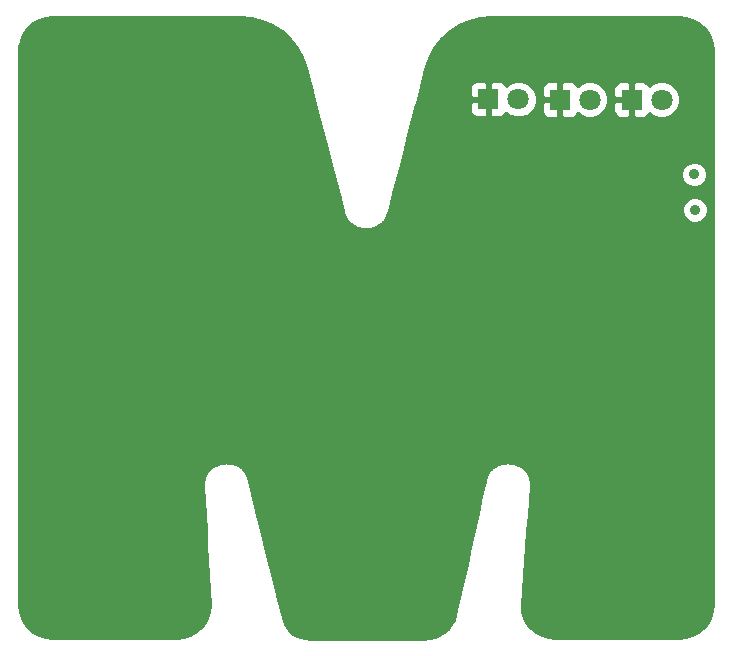
<source format=gtl>
G04 #@! TF.GenerationSoftware,KiCad,Pcbnew,5.0.2-bee76a0~70~ubuntu16.04.1*
G04 #@! TF.CreationDate,2019-01-04T08:40:48-07:00*
G04 #@! TF.ProjectId,MakerCozumel,4d616b65-7243-46f7-9a75-6d656c2e6b69,rev?*
G04 #@! TF.SameCoordinates,Original*
G04 #@! TF.FileFunction,Copper,L1,Top*
G04 #@! TF.FilePolarity,Positive*
%FSLAX46Y46*%
G04 Gerber Fmt 4.6, Leading zero omitted, Abs format (unit mm)*
G04 Created by KiCad (PCBNEW 5.0.2-bee76a0~70~ubuntu16.04.1) date Fri 04 Jan 2019 08:40:48 MST*
%MOMM*%
%LPD*%
G01*
G04 APERTURE LIST*
G04 #@! TA.AperFunction,WasherPad*
%ADD10C,0.900000*%
G04 #@! TD*
G04 #@! TA.AperFunction,ComponentPad*
%ADD11R,1.800000X1.800000*%
G04 #@! TD*
G04 #@! TA.AperFunction,ComponentPad*
%ADD12C,1.800000*%
G04 #@! TD*
G04 #@! TA.AperFunction,Conductor*
%ADD13C,0.254000*%
G04 #@! TD*
G04 APERTURE END LIST*
D10*
G04 #@! TO.P,SW1,*
G04 #@! TO.N,*
X166290000Y-95420000D03*
X166240000Y-92420000D03*
G04 #@! TD*
D11*
G04 #@! TO.P,D1,1*
G04 #@! TO.N,GND*
X148818600Y-86055200D03*
D12*
G04 #@! TO.P,D1,2*
G04 #@! TO.N,Net-(D1-Pad2)*
X151358600Y-86055200D03*
G04 #@! TD*
G04 #@! TO.P,D2,2*
G04 #@! TO.N,Net-(D1-Pad2)*
X157403800Y-86080600D03*
D11*
G04 #@! TO.P,D2,1*
G04 #@! TO.N,GND*
X154863800Y-86080600D03*
G04 #@! TD*
G04 #@! TO.P,D3,1*
G04 #@! TO.N,GND*
X160934400Y-86080600D03*
D12*
G04 #@! TO.P,D3,2*
G04 #@! TO.N,Net-(D1-Pad2)*
X163474400Y-86080600D03*
G04 #@! TD*
D13*
G04 #@! TO.N,GND*
G36*
X128754040Y-79166365D02*
X129669945Y-79404857D01*
X130526009Y-79787189D01*
X131307974Y-80301085D01*
X132000707Y-80933721D01*
X132588956Y-81671749D01*
X133057823Y-82501668D01*
X133401015Y-83432423D01*
X133798155Y-84987185D01*
X133798156Y-84987187D01*
X134161915Y-86411263D01*
X134574644Y-88027055D01*
X134574645Y-88027057D01*
X134962889Y-89546990D01*
X134962890Y-89546992D01*
X135313731Y-90920506D01*
X135739375Y-92586860D01*
X135739376Y-92586862D01*
X136127620Y-94106795D01*
X136127621Y-94106797D01*
X136486152Y-95510406D01*
X136490308Y-95541187D01*
X136504808Y-95583443D01*
X136515865Y-95626729D01*
X136529276Y-95654746D01*
X136606080Y-95878567D01*
X136629802Y-95948645D01*
X136630607Y-95950043D01*
X136631128Y-95951560D01*
X136668176Y-96015242D01*
X136715562Y-96097478D01*
X136716198Y-96101944D01*
X136791651Y-96229525D01*
X136827222Y-96291258D01*
X136830112Y-96294559D01*
X136832345Y-96298335D01*
X136879874Y-96351399D01*
X136929564Y-96408156D01*
X136930130Y-96409719D01*
X136949283Y-96430681D01*
X136977516Y-96462929D01*
X136979765Y-96464041D01*
X137030473Y-96519535D01*
X137078374Y-96573015D01*
X137081447Y-96575322D01*
X137084038Y-96578158D01*
X137141867Y-96620686D01*
X137260835Y-96710008D01*
X137264662Y-96710991D01*
X137303946Y-96739881D01*
X137362025Y-96783304D01*
X137364787Y-96784623D01*
X137367249Y-96786434D01*
X137432861Y-96817142D01*
X137588808Y-96891639D01*
X137643881Y-96920362D01*
X137656908Y-96924170D01*
X137669146Y-96930016D01*
X137729295Y-96945330D01*
X137865922Y-96985268D01*
X137913832Y-97002671D01*
X137938271Y-97006417D01*
X137962014Y-97013357D01*
X138012811Y-97017841D01*
X138122690Y-97034681D01*
X138162379Y-97044495D01*
X138197193Y-97046100D01*
X138231646Y-97051380D01*
X138272492Y-97049570D01*
X138354706Y-97053360D01*
X138389845Y-97058681D01*
X138430001Y-97056830D01*
X138470157Y-97058681D01*
X138505296Y-97053360D01*
X138587509Y-97049570D01*
X138628354Y-97051380D01*
X138662807Y-97046100D01*
X138697622Y-97044495D01*
X138737312Y-97034681D01*
X138847190Y-97017841D01*
X138897986Y-97013357D01*
X138921728Y-97006417D01*
X138946169Y-97002671D01*
X138994083Y-96985266D01*
X139130705Y-96945330D01*
X139190860Y-96930014D01*
X139203096Y-96924169D01*
X139216119Y-96920362D01*
X139271186Y-96891641D01*
X139427132Y-96817145D01*
X139492749Y-96786434D01*
X139495213Y-96784622D01*
X139497978Y-96783301D01*
X139556067Y-96739870D01*
X139595333Y-96710992D01*
X139599160Y-96710010D01*
X139718147Y-96620674D01*
X139775960Y-96578158D01*
X139778550Y-96575323D01*
X139781622Y-96573017D01*
X139829526Y-96519535D01*
X139880233Y-96464040D01*
X139882485Y-96462927D01*
X139910741Y-96430652D01*
X139929868Y-96409719D01*
X139930434Y-96408158D01*
X139980125Y-96351399D01*
X140027653Y-96298336D01*
X140029887Y-96294558D01*
X140032779Y-96291255D01*
X140068353Y-96229518D01*
X140143800Y-96101946D01*
X140144436Y-96097478D01*
X140191709Y-96015437D01*
X140228869Y-95951563D01*
X140229392Y-95950039D01*
X140230197Y-95948642D01*
X140253909Y-95878592D01*
X140330558Y-95655226D01*
X140343789Y-95627678D01*
X140355028Y-95583916D01*
X140369690Y-95541190D01*
X140373779Y-95510910D01*
X140452556Y-95204180D01*
X165205000Y-95204180D01*
X165205000Y-95635820D01*
X165370182Y-96034603D01*
X165675397Y-96339818D01*
X166074180Y-96505000D01*
X166505820Y-96505000D01*
X166904603Y-96339818D01*
X167209818Y-96034603D01*
X167375000Y-95635820D01*
X167375000Y-95204180D01*
X167209818Y-94805397D01*
X166904603Y-94500182D01*
X166505820Y-94335000D01*
X166074180Y-94335000D01*
X165675397Y-94500182D01*
X165370182Y-94805397D01*
X165205000Y-95204180D01*
X140452556Y-95204180D01*
X140769625Y-93969635D01*
X140769625Y-93969631D01*
X141157870Y-92457961D01*
X141223048Y-92204180D01*
X165155000Y-92204180D01*
X165155000Y-92635820D01*
X165320182Y-93034603D01*
X165625397Y-93339818D01*
X166024180Y-93505000D01*
X166455820Y-93505000D01*
X166854603Y-93339818D01*
X167159818Y-93034603D01*
X167325000Y-92635820D01*
X167325000Y-92204180D01*
X167159818Y-91805397D01*
X166854603Y-91500182D01*
X166455820Y-91335000D01*
X166024180Y-91335000D01*
X165625397Y-91500182D01*
X165320182Y-91805397D01*
X165155000Y-92204180D01*
X141223048Y-92204180D01*
X141546114Y-90946286D01*
X141546114Y-90946284D01*
X141934356Y-89434611D01*
X141934356Y-89434608D01*
X142295861Y-88027055D01*
X142710845Y-86411263D01*
X142710845Y-86411259D01*
X142728902Y-86340950D01*
X147283600Y-86340950D01*
X147283600Y-87081510D01*
X147380273Y-87314899D01*
X147558902Y-87493527D01*
X147792291Y-87590200D01*
X148532850Y-87590200D01*
X148691600Y-87431450D01*
X148691600Y-86182200D01*
X147442350Y-86182200D01*
X147283600Y-86340950D01*
X142728902Y-86340950D01*
X143065881Y-85028890D01*
X147283600Y-85028890D01*
X147283600Y-85769450D01*
X147442350Y-85928200D01*
X148691600Y-85928200D01*
X148691600Y-84678950D01*
X148945600Y-84678950D01*
X148945600Y-85928200D01*
X148965600Y-85928200D01*
X148965600Y-86182200D01*
X148945600Y-86182200D01*
X148945600Y-87431450D01*
X149104350Y-87590200D01*
X149844909Y-87590200D01*
X150078298Y-87493527D01*
X150256927Y-87314899D01*
X150312739Y-87180156D01*
X150489093Y-87356510D01*
X151053270Y-87590200D01*
X151663930Y-87590200D01*
X152228107Y-87356510D01*
X152659910Y-86924707D01*
X152891189Y-86366350D01*
X153328800Y-86366350D01*
X153328800Y-87106910D01*
X153425473Y-87340299D01*
X153604102Y-87518927D01*
X153837491Y-87615600D01*
X154578050Y-87615600D01*
X154736800Y-87456850D01*
X154736800Y-86207600D01*
X153487550Y-86207600D01*
X153328800Y-86366350D01*
X152891189Y-86366350D01*
X152893600Y-86360530D01*
X152893600Y-85749870D01*
X152659910Y-85185693D01*
X152528507Y-85054290D01*
X153328800Y-85054290D01*
X153328800Y-85794850D01*
X153487550Y-85953600D01*
X154736800Y-85953600D01*
X154736800Y-84704350D01*
X154990800Y-84704350D01*
X154990800Y-85953600D01*
X155010800Y-85953600D01*
X155010800Y-86207600D01*
X154990800Y-86207600D01*
X154990800Y-87456850D01*
X155149550Y-87615600D01*
X155890109Y-87615600D01*
X156123498Y-87518927D01*
X156302127Y-87340299D01*
X156357939Y-87205556D01*
X156534293Y-87381910D01*
X157098470Y-87615600D01*
X157709130Y-87615600D01*
X158273307Y-87381910D01*
X158705110Y-86950107D01*
X158938800Y-86385930D01*
X158938800Y-86366350D01*
X159399400Y-86366350D01*
X159399400Y-87106910D01*
X159496073Y-87340299D01*
X159674702Y-87518927D01*
X159908091Y-87615600D01*
X160648650Y-87615600D01*
X160807400Y-87456850D01*
X160807400Y-86207600D01*
X159558150Y-86207600D01*
X159399400Y-86366350D01*
X158938800Y-86366350D01*
X158938800Y-85775270D01*
X158705110Y-85211093D01*
X158548307Y-85054290D01*
X159399400Y-85054290D01*
X159399400Y-85794850D01*
X159558150Y-85953600D01*
X160807400Y-85953600D01*
X160807400Y-84704350D01*
X161061400Y-84704350D01*
X161061400Y-85953600D01*
X161081400Y-85953600D01*
X161081400Y-86207600D01*
X161061400Y-86207600D01*
X161061400Y-87456850D01*
X161220150Y-87615600D01*
X161960709Y-87615600D01*
X162194098Y-87518927D01*
X162372727Y-87340299D01*
X162428539Y-87205556D01*
X162604893Y-87381910D01*
X163169070Y-87615600D01*
X163779730Y-87615600D01*
X164343907Y-87381910D01*
X164775710Y-86950107D01*
X165009400Y-86385930D01*
X165009400Y-85775270D01*
X164775710Y-85211093D01*
X164343907Y-84779290D01*
X163779730Y-84545600D01*
X163169070Y-84545600D01*
X162604893Y-84779290D01*
X162428539Y-84955644D01*
X162372727Y-84820901D01*
X162194098Y-84642273D01*
X161960709Y-84545600D01*
X161220150Y-84545600D01*
X161061400Y-84704350D01*
X160807400Y-84704350D01*
X160648650Y-84545600D01*
X159908091Y-84545600D01*
X159674702Y-84642273D01*
X159496073Y-84820901D01*
X159399400Y-85054290D01*
X158548307Y-85054290D01*
X158273307Y-84779290D01*
X157709130Y-84545600D01*
X157098470Y-84545600D01*
X156534293Y-84779290D01*
X156357939Y-84955644D01*
X156302127Y-84820901D01*
X156123498Y-84642273D01*
X155890109Y-84545600D01*
X155149550Y-84545600D01*
X154990800Y-84704350D01*
X154736800Y-84704350D01*
X154578050Y-84545600D01*
X153837491Y-84545600D01*
X153604102Y-84642273D01*
X153425473Y-84820901D01*
X153328800Y-85054290D01*
X152528507Y-85054290D01*
X152228107Y-84753890D01*
X151663930Y-84520200D01*
X151053270Y-84520200D01*
X150489093Y-84753890D01*
X150312739Y-84930244D01*
X150256927Y-84795501D01*
X150078298Y-84616873D01*
X149844909Y-84520200D01*
X149104350Y-84520200D01*
X148945600Y-84678950D01*
X148691600Y-84678950D01*
X148532850Y-84520200D01*
X147792291Y-84520200D01*
X147558902Y-84616873D01*
X147380273Y-84795501D01*
X147283600Y-85028890D01*
X143065881Y-85028890D01*
X143099090Y-84899589D01*
X143099090Y-84899585D01*
X143460999Y-83490456D01*
X143789380Y-82532915D01*
X144248095Y-81692623D01*
X144833096Y-80947021D01*
X145528124Y-80308770D01*
X146316225Y-79790895D01*
X147180133Y-79406101D01*
X148102937Y-79166527D01*
X149102251Y-79081133D01*
X164957680Y-79081133D01*
X165565899Y-79141759D01*
X166091691Y-79303681D01*
X166565905Y-79559866D01*
X166978530Y-79899782D01*
X167318440Y-80312401D01*
X167574627Y-80786619D01*
X167736549Y-81312407D01*
X167797175Y-81920627D01*
X167797176Y-83275232D01*
X167797175Y-83275237D01*
X167797176Y-84743538D01*
X167797175Y-84743543D01*
X167797176Y-86211845D01*
X167797175Y-86211850D01*
X167797176Y-87680152D01*
X167797175Y-87680157D01*
X167797176Y-89148458D01*
X167797175Y-89148463D01*
X167797176Y-90616765D01*
X167797175Y-90616770D01*
X167797176Y-92085072D01*
X167797175Y-92085077D01*
X167797176Y-93553378D01*
X167797175Y-93553383D01*
X167797176Y-95021685D01*
X167797175Y-95021690D01*
X167797176Y-96489992D01*
X167797175Y-96489997D01*
X167797176Y-97958298D01*
X167797175Y-97958303D01*
X167797176Y-99426605D01*
X167797175Y-99426610D01*
X167797176Y-100894912D01*
X167797175Y-100894917D01*
X167797176Y-102363218D01*
X167797175Y-102363223D01*
X167797176Y-103831525D01*
X167797175Y-103831530D01*
X167797176Y-105299831D01*
X167797175Y-105299836D01*
X167797176Y-106768137D01*
X167797175Y-106768142D01*
X167797176Y-108236446D01*
X167797175Y-108236451D01*
X167797176Y-109704752D01*
X167797175Y-109704757D01*
X167797176Y-111173059D01*
X167797175Y-111173064D01*
X167797176Y-112641365D01*
X167797175Y-112641370D01*
X167797176Y-114109671D01*
X167797175Y-114109676D01*
X167797176Y-115577977D01*
X167797175Y-115577982D01*
X167797176Y-117046286D01*
X167797175Y-117046291D01*
X167797176Y-118514593D01*
X167797175Y-118514598D01*
X167797176Y-119982899D01*
X167797175Y-119982904D01*
X167797176Y-121451205D01*
X167797175Y-121451210D01*
X167797176Y-122919511D01*
X167797175Y-122919516D01*
X167797176Y-124387817D01*
X167797175Y-124387822D01*
X167797176Y-125856126D01*
X167797175Y-125856131D01*
X167797176Y-127324433D01*
X167797175Y-127324438D01*
X167797176Y-128858738D01*
X167793291Y-129014638D01*
X167782483Y-129158453D01*
X167764717Y-129299763D01*
X167745145Y-129410473D01*
X167574626Y-129964171D01*
X167318439Y-130438390D01*
X166978530Y-130851009D01*
X166565908Y-131190921D01*
X166091685Y-131447110D01*
X165565900Y-131609032D01*
X164957680Y-131669658D01*
X154460497Y-131669658D01*
X153852276Y-131609032D01*
X153326491Y-131447110D01*
X152852273Y-131190924D01*
X152439652Y-130851013D01*
X152099738Y-130438390D01*
X151843549Y-129964168D01*
X151681627Y-129438384D01*
X151623993Y-128860184D01*
X151716765Y-127677378D01*
X151822813Y-126325244D01*
X151921938Y-125061385D01*
X151921938Y-125061383D01*
X152010122Y-123937066D01*
X152120191Y-122533665D01*
X152120191Y-122533662D01*
X152219318Y-121269807D01*
X152318443Y-120005947D01*
X152318443Y-120005945D01*
X152411354Y-118821359D01*
X152417689Y-118750085D01*
X152417257Y-118746092D01*
X152417571Y-118742091D01*
X152409147Y-118671079D01*
X152382975Y-118429020D01*
X152388340Y-118405484D01*
X152366655Y-118278081D01*
X152361044Y-118226181D01*
X152354002Y-118203739D01*
X152350056Y-118180554D01*
X152331426Y-118131790D01*
X152292734Y-118008481D01*
X152277244Y-117989969D01*
X152255454Y-117932935D01*
X152253210Y-117897213D01*
X152201373Y-117791377D01*
X152186802Y-117753238D01*
X152168209Y-117723666D01*
X152152849Y-117692306D01*
X152128090Y-117659858D01*
X152065355Y-117560080D01*
X152036157Y-117539375D01*
X152020674Y-117519084D01*
X152010632Y-117490333D01*
X151928671Y-117398510D01*
X151900743Y-117361909D01*
X151878473Y-117342272D01*
X151858695Y-117320114D01*
X151821915Y-117292401D01*
X151729607Y-117211006D01*
X151711659Y-117204859D01*
X151710690Y-117203321D01*
X151595472Y-117121779D01*
X151544267Y-117083196D01*
X151533872Y-117078182D01*
X151524448Y-117071513D01*
X151465875Y-117045388D01*
X151338755Y-116984079D01*
X151326911Y-116983407D01*
X151254701Y-116951200D01*
X151194890Y-116922762D01*
X151185786Y-116920462D01*
X151177208Y-116916636D01*
X151112614Y-116901975D01*
X150940966Y-116858609D01*
X150894906Y-116843447D01*
X150867877Y-116840143D01*
X150841474Y-116833472D01*
X150793040Y-116830994D01*
X150674470Y-116816499D01*
X150641447Y-116808763D01*
X150599652Y-116807352D01*
X150558139Y-116802277D01*
X150524314Y-116804809D01*
X150443947Y-116802095D01*
X150395493Y-116797052D01*
X150368591Y-116799551D01*
X150341596Y-116798640D01*
X150293534Y-116806525D01*
X150152867Y-116819593D01*
X150145002Y-116817336D01*
X150001202Y-116833684D01*
X149933832Y-116839943D01*
X149926208Y-116842210D01*
X149918297Y-116843109D01*
X149853796Y-116863738D01*
X149720742Y-116903297D01*
X149711089Y-116902933D01*
X149584357Y-116949914D01*
X149528997Y-116967620D01*
X149513629Y-116976134D01*
X149497152Y-116982242D01*
X149447633Y-117012695D01*
X149345425Y-117069317D01*
X149344274Y-117069551D01*
X149340917Y-117071814D01*
X149329412Y-117078188D01*
X149327037Y-117081173D01*
X149231061Y-117145880D01*
X149180370Y-117177054D01*
X149168506Y-117188056D01*
X149155090Y-117197101D01*
X149113185Y-117239356D01*
X149013067Y-117332197D01*
X149006956Y-117345508D01*
X148959943Y-117393877D01*
X148909412Y-117444830D01*
X148907260Y-117448079D01*
X148904547Y-117450871D01*
X148865576Y-117511030D01*
X148783440Y-117635068D01*
X148782674Y-117639002D01*
X148771990Y-117655496D01*
X148736578Y-117706067D01*
X148730963Y-117718828D01*
X148723386Y-117730524D01*
X148700584Y-117787866D01*
X148652121Y-117897998D01*
X148631633Y-117935496D01*
X148621762Y-117966992D01*
X148608467Y-117997205D01*
X148599217Y-118038925D01*
X148581197Y-118096421D01*
X148571965Y-118115805D01*
X148558646Y-118168375D01*
X148542425Y-118220131D01*
X148540124Y-118241481D01*
X148539750Y-118242958D01*
X148534974Y-118253833D01*
X148521210Y-118316133D01*
X148505550Y-118377943D01*
X148504936Y-118389797D01*
X148221076Y-119674640D01*
X147907176Y-121095446D01*
X147907174Y-121095450D01*
X147593277Y-122516254D01*
X147593275Y-122516258D01*
X147279378Y-123937062D01*
X147279376Y-123937066D01*
X146965478Y-125357876D01*
X146651578Y-126778681D01*
X146651576Y-126778685D01*
X146337679Y-128199489D01*
X146337677Y-128199493D01*
X146016654Y-129652552D01*
X145857511Y-130119909D01*
X145641124Y-130519146D01*
X145366914Y-130868631D01*
X145040573Y-131165286D01*
X144667558Y-131405074D01*
X144253166Y-131583290D01*
X143802476Y-131694667D01*
X143289545Y-131735762D01*
X135927199Y-131735762D01*
X135926148Y-131735556D01*
X135851948Y-131735762D01*
X135777159Y-131735762D01*
X135776100Y-131735973D01*
X134791017Y-131738707D01*
X133897632Y-131722949D01*
X133180652Y-131657107D01*
X132639279Y-131523850D01*
X132239744Y-131316096D01*
X131907560Y-130992989D01*
X131594341Y-130462563D01*
X131302007Y-129639618D01*
X130982260Y-128330184D01*
X130982260Y-128330179D01*
X130635318Y-126909376D01*
X130635318Y-126909372D01*
X130252529Y-125341758D01*
X129909523Y-123937066D01*
X129558646Y-122500139D01*
X129247552Y-121226141D01*
X129247552Y-121226135D01*
X128900610Y-119805332D01*
X128900610Y-119805328D01*
X128548648Y-118363959D01*
X128546579Y-118342897D01*
X128530760Y-118290702D01*
X128517821Y-118237714D01*
X128513020Y-118227404D01*
X128512666Y-118224626D01*
X128492181Y-118163412D01*
X128473447Y-118101598D01*
X128468224Y-118091821D01*
X128457093Y-118058557D01*
X128449106Y-118023009D01*
X128433170Y-117987070D01*
X128420697Y-117949796D01*
X128402620Y-117918170D01*
X128359219Y-117820291D01*
X128339226Y-117768126D01*
X128328644Y-117751336D01*
X128320604Y-117733203D01*
X128288443Y-117687549D01*
X128200468Y-117547959D01*
X128161056Y-117485010D01*
X128160267Y-117484173D01*
X128159654Y-117483200D01*
X128108591Y-117429336D01*
X128064654Y-117382712D01*
X128058998Y-117369319D01*
X127960352Y-117272030D01*
X127918147Y-117227243D01*
X127906619Y-117219035D01*
X127896548Y-117209103D01*
X127845166Y-117175283D01*
X127747671Y-117105869D01*
X127743106Y-117099840D01*
X127628687Y-117032794D01*
X127582263Y-117002237D01*
X127563615Y-116994664D01*
X127546248Y-116984487D01*
X127493730Y-116966281D01*
X127370866Y-116916383D01*
X127355917Y-116916486D01*
X127349084Y-116910843D01*
X127216419Y-116870150D01*
X127158101Y-116849934D01*
X127144286Y-116848025D01*
X127130950Y-116843934D01*
X127069532Y-116837693D01*
X126932085Y-116818696D01*
X126918217Y-116822316D01*
X126767997Y-116807051D01*
X126716662Y-116798629D01*
X126692984Y-116799428D01*
X126669413Y-116797033D01*
X126617625Y-116801972D01*
X126533937Y-116804797D01*
X126500112Y-116802265D01*
X126458604Y-116807339D01*
X126416811Y-116808750D01*
X126383785Y-116816486D01*
X126265208Y-116830982D01*
X126216776Y-116833460D01*
X126190372Y-116840131D01*
X126163345Y-116843435D01*
X126117287Y-116858596D01*
X125945624Y-116901966D01*
X125881038Y-116916626D01*
X125872465Y-116920450D01*
X125863361Y-116922750D01*
X125803543Y-116951191D01*
X125731339Y-116983396D01*
X125719497Y-116984068D01*
X125592380Y-117045376D01*
X125533800Y-117071504D01*
X125524377Y-117078173D01*
X125513985Y-117083185D01*
X125462784Y-117121765D01*
X125347559Y-117203313D01*
X125346591Y-117204849D01*
X125328645Y-117210995D01*
X125236337Y-117292390D01*
X125199557Y-117320103D01*
X125179779Y-117342261D01*
X125157509Y-117361898D01*
X125129581Y-117398499D01*
X125047620Y-117490322D01*
X125037578Y-117519073D01*
X125022095Y-117539364D01*
X124992898Y-117560068D01*
X124930165Y-117659842D01*
X124905402Y-117692296D01*
X124890040Y-117723660D01*
X124871451Y-117753226D01*
X124856881Y-117791362D01*
X124805042Y-117897203D01*
X124802798Y-117932923D01*
X124781007Y-117989958D01*
X124765516Y-118008472D01*
X124726827Y-118131772D01*
X124708195Y-118180541D01*
X124704248Y-118203732D01*
X124697207Y-118226171D01*
X124691597Y-118278059D01*
X124669911Y-118405471D01*
X124675277Y-118429010D01*
X124649920Y-118663543D01*
X124641127Y-118727040D01*
X124641806Y-118738586D01*
X124640564Y-118750075D01*
X124646236Y-118813885D01*
X124715472Y-119990898D01*
X124789816Y-121254758D01*
X124864161Y-122518616D01*
X124938505Y-123782475D01*
X125012850Y-125046337D01*
X125087195Y-126310195D01*
X125161539Y-127574055D01*
X125236752Y-128852674D01*
X125178371Y-129438374D01*
X125016451Y-129964160D01*
X124760264Y-130438376D01*
X124420352Y-130850998D01*
X124007730Y-131190910D01*
X123533508Y-131447099D01*
X123007724Y-131609021D01*
X122399507Y-131669646D01*
X111902315Y-131669646D01*
X111294098Y-131609021D01*
X110768312Y-131447099D01*
X110294088Y-131190908D01*
X109881473Y-130851011D01*
X109541561Y-130438390D01*
X109285372Y-129964168D01*
X109123452Y-129438385D01*
X109062825Y-128830164D01*
X109062825Y-81892040D01*
X109066718Y-81736160D01*
X109077525Y-81592337D01*
X109095283Y-81451036D01*
X109114858Y-81340315D01*
X109285372Y-80786622D01*
X109541561Y-80312399D01*
X109881471Y-79899781D01*
X110294094Y-79559867D01*
X110768312Y-79303680D01*
X111294098Y-79141759D01*
X111902319Y-79081133D01*
X127757711Y-79081133D01*
X128754040Y-79166365D01*
X128754040Y-79166365D01*
G37*
X128754040Y-79166365D02*
X129669945Y-79404857D01*
X130526009Y-79787189D01*
X131307974Y-80301085D01*
X132000707Y-80933721D01*
X132588956Y-81671749D01*
X133057823Y-82501668D01*
X133401015Y-83432423D01*
X133798155Y-84987185D01*
X133798156Y-84987187D01*
X134161915Y-86411263D01*
X134574644Y-88027055D01*
X134574645Y-88027057D01*
X134962889Y-89546990D01*
X134962890Y-89546992D01*
X135313731Y-90920506D01*
X135739375Y-92586860D01*
X135739376Y-92586862D01*
X136127620Y-94106795D01*
X136127621Y-94106797D01*
X136486152Y-95510406D01*
X136490308Y-95541187D01*
X136504808Y-95583443D01*
X136515865Y-95626729D01*
X136529276Y-95654746D01*
X136606080Y-95878567D01*
X136629802Y-95948645D01*
X136630607Y-95950043D01*
X136631128Y-95951560D01*
X136668176Y-96015242D01*
X136715562Y-96097478D01*
X136716198Y-96101944D01*
X136791651Y-96229525D01*
X136827222Y-96291258D01*
X136830112Y-96294559D01*
X136832345Y-96298335D01*
X136879874Y-96351399D01*
X136929564Y-96408156D01*
X136930130Y-96409719D01*
X136949283Y-96430681D01*
X136977516Y-96462929D01*
X136979765Y-96464041D01*
X137030473Y-96519535D01*
X137078374Y-96573015D01*
X137081447Y-96575322D01*
X137084038Y-96578158D01*
X137141867Y-96620686D01*
X137260835Y-96710008D01*
X137264662Y-96710991D01*
X137303946Y-96739881D01*
X137362025Y-96783304D01*
X137364787Y-96784623D01*
X137367249Y-96786434D01*
X137432861Y-96817142D01*
X137588808Y-96891639D01*
X137643881Y-96920362D01*
X137656908Y-96924170D01*
X137669146Y-96930016D01*
X137729295Y-96945330D01*
X137865922Y-96985268D01*
X137913832Y-97002671D01*
X137938271Y-97006417D01*
X137962014Y-97013357D01*
X138012811Y-97017841D01*
X138122690Y-97034681D01*
X138162379Y-97044495D01*
X138197193Y-97046100D01*
X138231646Y-97051380D01*
X138272492Y-97049570D01*
X138354706Y-97053360D01*
X138389845Y-97058681D01*
X138430001Y-97056830D01*
X138470157Y-97058681D01*
X138505296Y-97053360D01*
X138587509Y-97049570D01*
X138628354Y-97051380D01*
X138662807Y-97046100D01*
X138697622Y-97044495D01*
X138737312Y-97034681D01*
X138847190Y-97017841D01*
X138897986Y-97013357D01*
X138921728Y-97006417D01*
X138946169Y-97002671D01*
X138994083Y-96985266D01*
X139130705Y-96945330D01*
X139190860Y-96930014D01*
X139203096Y-96924169D01*
X139216119Y-96920362D01*
X139271186Y-96891641D01*
X139427132Y-96817145D01*
X139492749Y-96786434D01*
X139495213Y-96784622D01*
X139497978Y-96783301D01*
X139556067Y-96739870D01*
X139595333Y-96710992D01*
X139599160Y-96710010D01*
X139718147Y-96620674D01*
X139775960Y-96578158D01*
X139778550Y-96575323D01*
X139781622Y-96573017D01*
X139829526Y-96519535D01*
X139880233Y-96464040D01*
X139882485Y-96462927D01*
X139910741Y-96430652D01*
X139929868Y-96409719D01*
X139930434Y-96408158D01*
X139980125Y-96351399D01*
X140027653Y-96298336D01*
X140029887Y-96294558D01*
X140032779Y-96291255D01*
X140068353Y-96229518D01*
X140143800Y-96101946D01*
X140144436Y-96097478D01*
X140191709Y-96015437D01*
X140228869Y-95951563D01*
X140229392Y-95950039D01*
X140230197Y-95948642D01*
X140253909Y-95878592D01*
X140330558Y-95655226D01*
X140343789Y-95627678D01*
X140355028Y-95583916D01*
X140369690Y-95541190D01*
X140373779Y-95510910D01*
X140452556Y-95204180D01*
X165205000Y-95204180D01*
X165205000Y-95635820D01*
X165370182Y-96034603D01*
X165675397Y-96339818D01*
X166074180Y-96505000D01*
X166505820Y-96505000D01*
X166904603Y-96339818D01*
X167209818Y-96034603D01*
X167375000Y-95635820D01*
X167375000Y-95204180D01*
X167209818Y-94805397D01*
X166904603Y-94500182D01*
X166505820Y-94335000D01*
X166074180Y-94335000D01*
X165675397Y-94500182D01*
X165370182Y-94805397D01*
X165205000Y-95204180D01*
X140452556Y-95204180D01*
X140769625Y-93969635D01*
X140769625Y-93969631D01*
X141157870Y-92457961D01*
X141223048Y-92204180D01*
X165155000Y-92204180D01*
X165155000Y-92635820D01*
X165320182Y-93034603D01*
X165625397Y-93339818D01*
X166024180Y-93505000D01*
X166455820Y-93505000D01*
X166854603Y-93339818D01*
X167159818Y-93034603D01*
X167325000Y-92635820D01*
X167325000Y-92204180D01*
X167159818Y-91805397D01*
X166854603Y-91500182D01*
X166455820Y-91335000D01*
X166024180Y-91335000D01*
X165625397Y-91500182D01*
X165320182Y-91805397D01*
X165155000Y-92204180D01*
X141223048Y-92204180D01*
X141546114Y-90946286D01*
X141546114Y-90946284D01*
X141934356Y-89434611D01*
X141934356Y-89434608D01*
X142295861Y-88027055D01*
X142710845Y-86411263D01*
X142710845Y-86411259D01*
X142728902Y-86340950D01*
X147283600Y-86340950D01*
X147283600Y-87081510D01*
X147380273Y-87314899D01*
X147558902Y-87493527D01*
X147792291Y-87590200D01*
X148532850Y-87590200D01*
X148691600Y-87431450D01*
X148691600Y-86182200D01*
X147442350Y-86182200D01*
X147283600Y-86340950D01*
X142728902Y-86340950D01*
X143065881Y-85028890D01*
X147283600Y-85028890D01*
X147283600Y-85769450D01*
X147442350Y-85928200D01*
X148691600Y-85928200D01*
X148691600Y-84678950D01*
X148945600Y-84678950D01*
X148945600Y-85928200D01*
X148965600Y-85928200D01*
X148965600Y-86182200D01*
X148945600Y-86182200D01*
X148945600Y-87431450D01*
X149104350Y-87590200D01*
X149844909Y-87590200D01*
X150078298Y-87493527D01*
X150256927Y-87314899D01*
X150312739Y-87180156D01*
X150489093Y-87356510D01*
X151053270Y-87590200D01*
X151663930Y-87590200D01*
X152228107Y-87356510D01*
X152659910Y-86924707D01*
X152891189Y-86366350D01*
X153328800Y-86366350D01*
X153328800Y-87106910D01*
X153425473Y-87340299D01*
X153604102Y-87518927D01*
X153837491Y-87615600D01*
X154578050Y-87615600D01*
X154736800Y-87456850D01*
X154736800Y-86207600D01*
X153487550Y-86207600D01*
X153328800Y-86366350D01*
X152891189Y-86366350D01*
X152893600Y-86360530D01*
X152893600Y-85749870D01*
X152659910Y-85185693D01*
X152528507Y-85054290D01*
X153328800Y-85054290D01*
X153328800Y-85794850D01*
X153487550Y-85953600D01*
X154736800Y-85953600D01*
X154736800Y-84704350D01*
X154990800Y-84704350D01*
X154990800Y-85953600D01*
X155010800Y-85953600D01*
X155010800Y-86207600D01*
X154990800Y-86207600D01*
X154990800Y-87456850D01*
X155149550Y-87615600D01*
X155890109Y-87615600D01*
X156123498Y-87518927D01*
X156302127Y-87340299D01*
X156357939Y-87205556D01*
X156534293Y-87381910D01*
X157098470Y-87615600D01*
X157709130Y-87615600D01*
X158273307Y-87381910D01*
X158705110Y-86950107D01*
X158938800Y-86385930D01*
X158938800Y-86366350D01*
X159399400Y-86366350D01*
X159399400Y-87106910D01*
X159496073Y-87340299D01*
X159674702Y-87518927D01*
X159908091Y-87615600D01*
X160648650Y-87615600D01*
X160807400Y-87456850D01*
X160807400Y-86207600D01*
X159558150Y-86207600D01*
X159399400Y-86366350D01*
X158938800Y-86366350D01*
X158938800Y-85775270D01*
X158705110Y-85211093D01*
X158548307Y-85054290D01*
X159399400Y-85054290D01*
X159399400Y-85794850D01*
X159558150Y-85953600D01*
X160807400Y-85953600D01*
X160807400Y-84704350D01*
X161061400Y-84704350D01*
X161061400Y-85953600D01*
X161081400Y-85953600D01*
X161081400Y-86207600D01*
X161061400Y-86207600D01*
X161061400Y-87456850D01*
X161220150Y-87615600D01*
X161960709Y-87615600D01*
X162194098Y-87518927D01*
X162372727Y-87340299D01*
X162428539Y-87205556D01*
X162604893Y-87381910D01*
X163169070Y-87615600D01*
X163779730Y-87615600D01*
X164343907Y-87381910D01*
X164775710Y-86950107D01*
X165009400Y-86385930D01*
X165009400Y-85775270D01*
X164775710Y-85211093D01*
X164343907Y-84779290D01*
X163779730Y-84545600D01*
X163169070Y-84545600D01*
X162604893Y-84779290D01*
X162428539Y-84955644D01*
X162372727Y-84820901D01*
X162194098Y-84642273D01*
X161960709Y-84545600D01*
X161220150Y-84545600D01*
X161061400Y-84704350D01*
X160807400Y-84704350D01*
X160648650Y-84545600D01*
X159908091Y-84545600D01*
X159674702Y-84642273D01*
X159496073Y-84820901D01*
X159399400Y-85054290D01*
X158548307Y-85054290D01*
X158273307Y-84779290D01*
X157709130Y-84545600D01*
X157098470Y-84545600D01*
X156534293Y-84779290D01*
X156357939Y-84955644D01*
X156302127Y-84820901D01*
X156123498Y-84642273D01*
X155890109Y-84545600D01*
X155149550Y-84545600D01*
X154990800Y-84704350D01*
X154736800Y-84704350D01*
X154578050Y-84545600D01*
X153837491Y-84545600D01*
X153604102Y-84642273D01*
X153425473Y-84820901D01*
X153328800Y-85054290D01*
X152528507Y-85054290D01*
X152228107Y-84753890D01*
X151663930Y-84520200D01*
X151053270Y-84520200D01*
X150489093Y-84753890D01*
X150312739Y-84930244D01*
X150256927Y-84795501D01*
X150078298Y-84616873D01*
X149844909Y-84520200D01*
X149104350Y-84520200D01*
X148945600Y-84678950D01*
X148691600Y-84678950D01*
X148532850Y-84520200D01*
X147792291Y-84520200D01*
X147558902Y-84616873D01*
X147380273Y-84795501D01*
X147283600Y-85028890D01*
X143065881Y-85028890D01*
X143099090Y-84899589D01*
X143099090Y-84899585D01*
X143460999Y-83490456D01*
X143789380Y-82532915D01*
X144248095Y-81692623D01*
X144833096Y-80947021D01*
X145528124Y-80308770D01*
X146316225Y-79790895D01*
X147180133Y-79406101D01*
X148102937Y-79166527D01*
X149102251Y-79081133D01*
X164957680Y-79081133D01*
X165565899Y-79141759D01*
X166091691Y-79303681D01*
X166565905Y-79559866D01*
X166978530Y-79899782D01*
X167318440Y-80312401D01*
X167574627Y-80786619D01*
X167736549Y-81312407D01*
X167797175Y-81920627D01*
X167797176Y-83275232D01*
X167797175Y-83275237D01*
X167797176Y-84743538D01*
X167797175Y-84743543D01*
X167797176Y-86211845D01*
X167797175Y-86211850D01*
X167797176Y-87680152D01*
X167797175Y-87680157D01*
X167797176Y-89148458D01*
X167797175Y-89148463D01*
X167797176Y-90616765D01*
X167797175Y-90616770D01*
X167797176Y-92085072D01*
X167797175Y-92085077D01*
X167797176Y-93553378D01*
X167797175Y-93553383D01*
X167797176Y-95021685D01*
X167797175Y-95021690D01*
X167797176Y-96489992D01*
X167797175Y-96489997D01*
X167797176Y-97958298D01*
X167797175Y-97958303D01*
X167797176Y-99426605D01*
X167797175Y-99426610D01*
X167797176Y-100894912D01*
X167797175Y-100894917D01*
X167797176Y-102363218D01*
X167797175Y-102363223D01*
X167797176Y-103831525D01*
X167797175Y-103831530D01*
X167797176Y-105299831D01*
X167797175Y-105299836D01*
X167797176Y-106768137D01*
X167797175Y-106768142D01*
X167797176Y-108236446D01*
X167797175Y-108236451D01*
X167797176Y-109704752D01*
X167797175Y-109704757D01*
X167797176Y-111173059D01*
X167797175Y-111173064D01*
X167797176Y-112641365D01*
X167797175Y-112641370D01*
X167797176Y-114109671D01*
X167797175Y-114109676D01*
X167797176Y-115577977D01*
X167797175Y-115577982D01*
X167797176Y-117046286D01*
X167797175Y-117046291D01*
X167797176Y-118514593D01*
X167797175Y-118514598D01*
X167797176Y-119982899D01*
X167797175Y-119982904D01*
X167797176Y-121451205D01*
X167797175Y-121451210D01*
X167797176Y-122919511D01*
X167797175Y-122919516D01*
X167797176Y-124387817D01*
X167797175Y-124387822D01*
X167797176Y-125856126D01*
X167797175Y-125856131D01*
X167797176Y-127324433D01*
X167797175Y-127324438D01*
X167797176Y-128858738D01*
X167793291Y-129014638D01*
X167782483Y-129158453D01*
X167764717Y-129299763D01*
X167745145Y-129410473D01*
X167574626Y-129964171D01*
X167318439Y-130438390D01*
X166978530Y-130851009D01*
X166565908Y-131190921D01*
X166091685Y-131447110D01*
X165565900Y-131609032D01*
X164957680Y-131669658D01*
X154460497Y-131669658D01*
X153852276Y-131609032D01*
X153326491Y-131447110D01*
X152852273Y-131190924D01*
X152439652Y-130851013D01*
X152099738Y-130438390D01*
X151843549Y-129964168D01*
X151681627Y-129438384D01*
X151623993Y-128860184D01*
X151716765Y-127677378D01*
X151822813Y-126325244D01*
X151921938Y-125061385D01*
X151921938Y-125061383D01*
X152010122Y-123937066D01*
X152120191Y-122533665D01*
X152120191Y-122533662D01*
X152219318Y-121269807D01*
X152318443Y-120005947D01*
X152318443Y-120005945D01*
X152411354Y-118821359D01*
X152417689Y-118750085D01*
X152417257Y-118746092D01*
X152417571Y-118742091D01*
X152409147Y-118671079D01*
X152382975Y-118429020D01*
X152388340Y-118405484D01*
X152366655Y-118278081D01*
X152361044Y-118226181D01*
X152354002Y-118203739D01*
X152350056Y-118180554D01*
X152331426Y-118131790D01*
X152292734Y-118008481D01*
X152277244Y-117989969D01*
X152255454Y-117932935D01*
X152253210Y-117897213D01*
X152201373Y-117791377D01*
X152186802Y-117753238D01*
X152168209Y-117723666D01*
X152152849Y-117692306D01*
X152128090Y-117659858D01*
X152065355Y-117560080D01*
X152036157Y-117539375D01*
X152020674Y-117519084D01*
X152010632Y-117490333D01*
X151928671Y-117398510D01*
X151900743Y-117361909D01*
X151878473Y-117342272D01*
X151858695Y-117320114D01*
X151821915Y-117292401D01*
X151729607Y-117211006D01*
X151711659Y-117204859D01*
X151710690Y-117203321D01*
X151595472Y-117121779D01*
X151544267Y-117083196D01*
X151533872Y-117078182D01*
X151524448Y-117071513D01*
X151465875Y-117045388D01*
X151338755Y-116984079D01*
X151326911Y-116983407D01*
X151254701Y-116951200D01*
X151194890Y-116922762D01*
X151185786Y-116920462D01*
X151177208Y-116916636D01*
X151112614Y-116901975D01*
X150940966Y-116858609D01*
X150894906Y-116843447D01*
X150867877Y-116840143D01*
X150841474Y-116833472D01*
X150793040Y-116830994D01*
X150674470Y-116816499D01*
X150641447Y-116808763D01*
X150599652Y-116807352D01*
X150558139Y-116802277D01*
X150524314Y-116804809D01*
X150443947Y-116802095D01*
X150395493Y-116797052D01*
X150368591Y-116799551D01*
X150341596Y-116798640D01*
X150293534Y-116806525D01*
X150152867Y-116819593D01*
X150145002Y-116817336D01*
X150001202Y-116833684D01*
X149933832Y-116839943D01*
X149926208Y-116842210D01*
X149918297Y-116843109D01*
X149853796Y-116863738D01*
X149720742Y-116903297D01*
X149711089Y-116902933D01*
X149584357Y-116949914D01*
X149528997Y-116967620D01*
X149513629Y-116976134D01*
X149497152Y-116982242D01*
X149447633Y-117012695D01*
X149345425Y-117069317D01*
X149344274Y-117069551D01*
X149340917Y-117071814D01*
X149329412Y-117078188D01*
X149327037Y-117081173D01*
X149231061Y-117145880D01*
X149180370Y-117177054D01*
X149168506Y-117188056D01*
X149155090Y-117197101D01*
X149113185Y-117239356D01*
X149013067Y-117332197D01*
X149006956Y-117345508D01*
X148959943Y-117393877D01*
X148909412Y-117444830D01*
X148907260Y-117448079D01*
X148904547Y-117450871D01*
X148865576Y-117511030D01*
X148783440Y-117635068D01*
X148782674Y-117639002D01*
X148771990Y-117655496D01*
X148736578Y-117706067D01*
X148730963Y-117718828D01*
X148723386Y-117730524D01*
X148700584Y-117787866D01*
X148652121Y-117897998D01*
X148631633Y-117935496D01*
X148621762Y-117966992D01*
X148608467Y-117997205D01*
X148599217Y-118038925D01*
X148581197Y-118096421D01*
X148571965Y-118115805D01*
X148558646Y-118168375D01*
X148542425Y-118220131D01*
X148540124Y-118241481D01*
X148539750Y-118242958D01*
X148534974Y-118253833D01*
X148521210Y-118316133D01*
X148505550Y-118377943D01*
X148504936Y-118389797D01*
X148221076Y-119674640D01*
X147907176Y-121095446D01*
X147907174Y-121095450D01*
X147593277Y-122516254D01*
X147593275Y-122516258D01*
X147279378Y-123937062D01*
X147279376Y-123937066D01*
X146965478Y-125357876D01*
X146651578Y-126778681D01*
X146651576Y-126778685D01*
X146337679Y-128199489D01*
X146337677Y-128199493D01*
X146016654Y-129652552D01*
X145857511Y-130119909D01*
X145641124Y-130519146D01*
X145366914Y-130868631D01*
X145040573Y-131165286D01*
X144667558Y-131405074D01*
X144253166Y-131583290D01*
X143802476Y-131694667D01*
X143289545Y-131735762D01*
X135927199Y-131735762D01*
X135926148Y-131735556D01*
X135851948Y-131735762D01*
X135777159Y-131735762D01*
X135776100Y-131735973D01*
X134791017Y-131738707D01*
X133897632Y-131722949D01*
X133180652Y-131657107D01*
X132639279Y-131523850D01*
X132239744Y-131316096D01*
X131907560Y-130992989D01*
X131594341Y-130462563D01*
X131302007Y-129639618D01*
X130982260Y-128330184D01*
X130982260Y-128330179D01*
X130635318Y-126909376D01*
X130635318Y-126909372D01*
X130252529Y-125341758D01*
X129909523Y-123937066D01*
X129558646Y-122500139D01*
X129247552Y-121226141D01*
X129247552Y-121226135D01*
X128900610Y-119805332D01*
X128900610Y-119805328D01*
X128548648Y-118363959D01*
X128546579Y-118342897D01*
X128530760Y-118290702D01*
X128517821Y-118237714D01*
X128513020Y-118227404D01*
X128512666Y-118224626D01*
X128492181Y-118163412D01*
X128473447Y-118101598D01*
X128468224Y-118091821D01*
X128457093Y-118058557D01*
X128449106Y-118023009D01*
X128433170Y-117987070D01*
X128420697Y-117949796D01*
X128402620Y-117918170D01*
X128359219Y-117820291D01*
X128339226Y-117768126D01*
X128328644Y-117751336D01*
X128320604Y-117733203D01*
X128288443Y-117687549D01*
X128200468Y-117547959D01*
X128161056Y-117485010D01*
X128160267Y-117484173D01*
X128159654Y-117483200D01*
X128108591Y-117429336D01*
X128064654Y-117382712D01*
X128058998Y-117369319D01*
X127960352Y-117272030D01*
X127918147Y-117227243D01*
X127906619Y-117219035D01*
X127896548Y-117209103D01*
X127845166Y-117175283D01*
X127747671Y-117105869D01*
X127743106Y-117099840D01*
X127628687Y-117032794D01*
X127582263Y-117002237D01*
X127563615Y-116994664D01*
X127546248Y-116984487D01*
X127493730Y-116966281D01*
X127370866Y-116916383D01*
X127355917Y-116916486D01*
X127349084Y-116910843D01*
X127216419Y-116870150D01*
X127158101Y-116849934D01*
X127144286Y-116848025D01*
X127130950Y-116843934D01*
X127069532Y-116837693D01*
X126932085Y-116818696D01*
X126918217Y-116822316D01*
X126767997Y-116807051D01*
X126716662Y-116798629D01*
X126692984Y-116799428D01*
X126669413Y-116797033D01*
X126617625Y-116801972D01*
X126533937Y-116804797D01*
X126500112Y-116802265D01*
X126458604Y-116807339D01*
X126416811Y-116808750D01*
X126383785Y-116816486D01*
X126265208Y-116830982D01*
X126216776Y-116833460D01*
X126190372Y-116840131D01*
X126163345Y-116843435D01*
X126117287Y-116858596D01*
X125945624Y-116901966D01*
X125881038Y-116916626D01*
X125872465Y-116920450D01*
X125863361Y-116922750D01*
X125803543Y-116951191D01*
X125731339Y-116983396D01*
X125719497Y-116984068D01*
X125592380Y-117045376D01*
X125533800Y-117071504D01*
X125524377Y-117078173D01*
X125513985Y-117083185D01*
X125462784Y-117121765D01*
X125347559Y-117203313D01*
X125346591Y-117204849D01*
X125328645Y-117210995D01*
X125236337Y-117292390D01*
X125199557Y-117320103D01*
X125179779Y-117342261D01*
X125157509Y-117361898D01*
X125129581Y-117398499D01*
X125047620Y-117490322D01*
X125037578Y-117519073D01*
X125022095Y-117539364D01*
X124992898Y-117560068D01*
X124930165Y-117659842D01*
X124905402Y-117692296D01*
X124890040Y-117723660D01*
X124871451Y-117753226D01*
X124856881Y-117791362D01*
X124805042Y-117897203D01*
X124802798Y-117932923D01*
X124781007Y-117989958D01*
X124765516Y-118008472D01*
X124726827Y-118131772D01*
X124708195Y-118180541D01*
X124704248Y-118203732D01*
X124697207Y-118226171D01*
X124691597Y-118278059D01*
X124669911Y-118405471D01*
X124675277Y-118429010D01*
X124649920Y-118663543D01*
X124641127Y-118727040D01*
X124641806Y-118738586D01*
X124640564Y-118750075D01*
X124646236Y-118813885D01*
X124715472Y-119990898D01*
X124789816Y-121254758D01*
X124864161Y-122518616D01*
X124938505Y-123782475D01*
X125012850Y-125046337D01*
X125087195Y-126310195D01*
X125161539Y-127574055D01*
X125236752Y-128852674D01*
X125178371Y-129438374D01*
X125016451Y-129964160D01*
X124760264Y-130438376D01*
X124420352Y-130850998D01*
X124007730Y-131190910D01*
X123533508Y-131447099D01*
X123007724Y-131609021D01*
X122399507Y-131669646D01*
X111902315Y-131669646D01*
X111294098Y-131609021D01*
X110768312Y-131447099D01*
X110294088Y-131190908D01*
X109881473Y-130851011D01*
X109541561Y-130438390D01*
X109285372Y-129964168D01*
X109123452Y-129438385D01*
X109062825Y-128830164D01*
X109062825Y-81892040D01*
X109066718Y-81736160D01*
X109077525Y-81592337D01*
X109095283Y-81451036D01*
X109114858Y-81340315D01*
X109285372Y-80786622D01*
X109541561Y-80312399D01*
X109881471Y-79899781D01*
X110294094Y-79559867D01*
X110768312Y-79303680D01*
X111294098Y-79141759D01*
X111902319Y-79081133D01*
X127757711Y-79081133D01*
X128754040Y-79166365D01*
G04 #@! TD*
M02*

</source>
